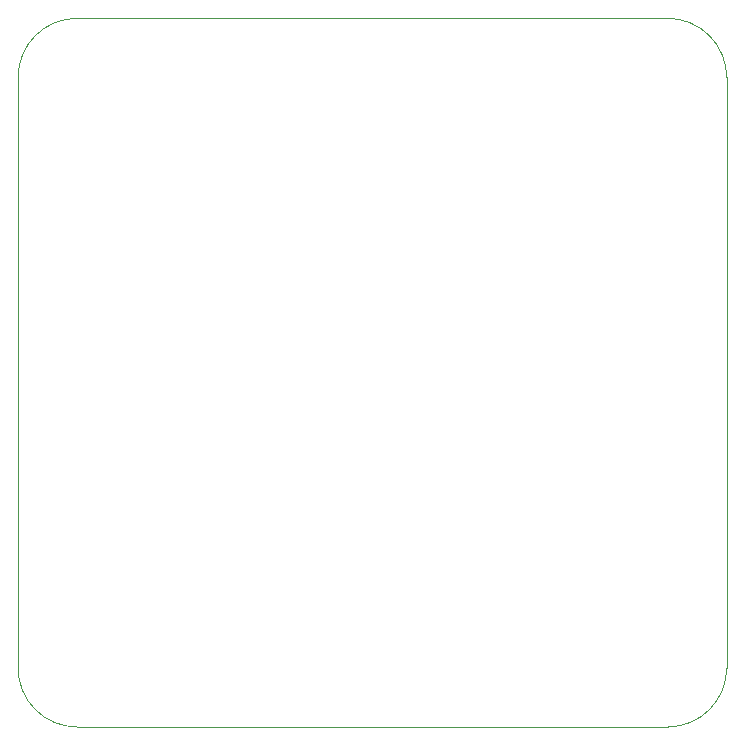
<source format=gm1>
G04 #@! TF.GenerationSoftware,KiCad,Pcbnew,(6.0.8)*
G04 #@! TF.CreationDate,2023-01-02T16:11:51+01:00*
G04 #@! TF.ProjectId,OpenFFBoard-main,4f70656e-4646-4426-9f61-72642d6d6169,1.2.4*
G04 #@! TF.SameCoordinates,Original*
G04 #@! TF.FileFunction,Profile,NP*
%FSLAX46Y46*%
G04 Gerber Fmt 4.6, Leading zero omitted, Abs format (unit mm)*
G04 Created by KiCad (PCBNEW (6.0.8)) date 2023-01-02 16:11:51*
%MOMM*%
%LPD*%
G01*
G04 APERTURE LIST*
G04 #@! TA.AperFunction,Profile*
%ADD10C,0.050000*%
G04 #@! TD*
G04 APERTURE END LIST*
D10*
X173501100Y-135003600D02*
G75*
G03*
X178501100Y-130003600I0J5000000D01*
G01*
X118501100Y-130003600D02*
G75*
G03*
X123501100Y-135003600I5000000J0D01*
G01*
X123501100Y-135003600D02*
X173501100Y-135003600D01*
X123501100Y-75003600D02*
G75*
G03*
X118501100Y-80003600I0J-5000000D01*
G01*
X178501100Y-80003600D02*
G75*
G03*
X173501100Y-75003600I-5000000J0D01*
G01*
X178501100Y-130003600D02*
X178501100Y-80003600D01*
X118501100Y-80003600D02*
X118501100Y-130003600D01*
X173501100Y-75003600D02*
X123501100Y-75003600D01*
M02*

</source>
